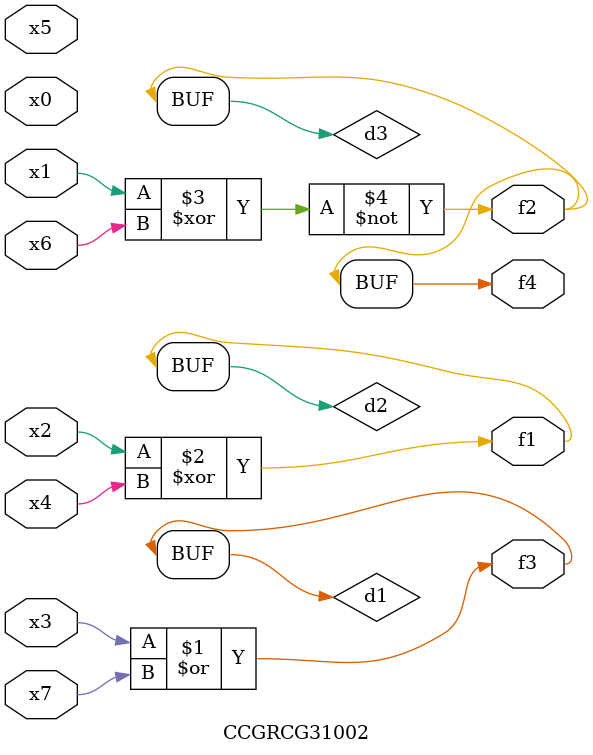
<source format=v>
module CCGRCG31002(
	input x0, x1, x2, x3, x4, x5, x6, x7,
	output f1, f2, f3, f4
);

	wire d1, d2, d3;

	or (d1, x3, x7);
	xor (d2, x2, x4);
	xnor (d3, x1, x6);
	assign f1 = d2;
	assign f2 = d3;
	assign f3 = d1;
	assign f4 = d3;
endmodule

</source>
